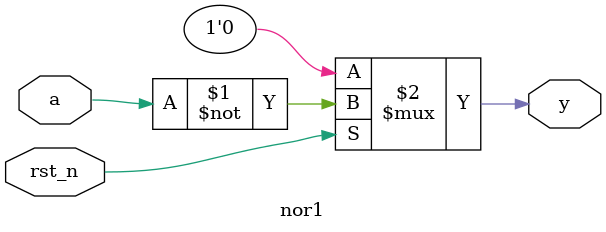
<source format=v>
`timescale 1ns / 1ps
`default_nettype none

module nor1(
    input wire rst_n,
    input wire a,
    output wire y
);
parameter iv = 1'b0;

//pullup r1(y);
assign #20 y = (rst_n) ? ~a : iv;

endmodule
`default_nettype wire

</source>
